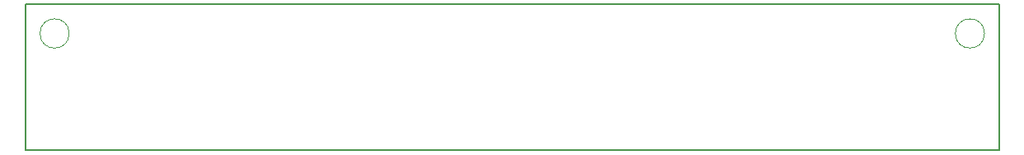
<source format=gbr>
%TF.GenerationSoftware,KiCad,Pcbnew,8.0.1*%
%TF.CreationDate,2024-04-07T11:58:53+02:00*%
%TF.ProjectId,Photoresistor-array,50686f74-6f72-4657-9369-73746f722d61,rev?*%
%TF.SameCoordinates,Original*%
%TF.FileFunction,Profile,NP*%
%FSLAX46Y46*%
G04 Gerber Fmt 4.6, Leading zero omitted, Abs format (unit mm)*
G04 Created by KiCad (PCBNEW 8.0.1) date 2024-04-07 11:58:53*
%MOMM*%
%LPD*%
G01*
G04 APERTURE LIST*
%TA.AperFunction,Profile*%
%ADD10C,0.200000*%
%TD*%
%TA.AperFunction,Profile*%
%ADD11C,0.100000*%
%TD*%
G04 APERTURE END LIST*
D10*
X85000000Y-50000000D02*
X185000000Y-50000000D01*
X185000000Y-65000000D01*
X85000000Y-65000000D01*
X85000000Y-50000000D01*
D11*
X89500000Y-53000000D02*
G75*
G02*
X86500000Y-53000000I-1500000J0D01*
G01*
X86500000Y-53000000D02*
G75*
G02*
X89500000Y-53000000I1500000J0D01*
G01*
X183500000Y-53000000D02*
G75*
G02*
X180500000Y-53000000I-1500000J0D01*
G01*
X180500000Y-53000000D02*
G75*
G02*
X183500000Y-53000000I1500000J0D01*
G01*
M02*

</source>
